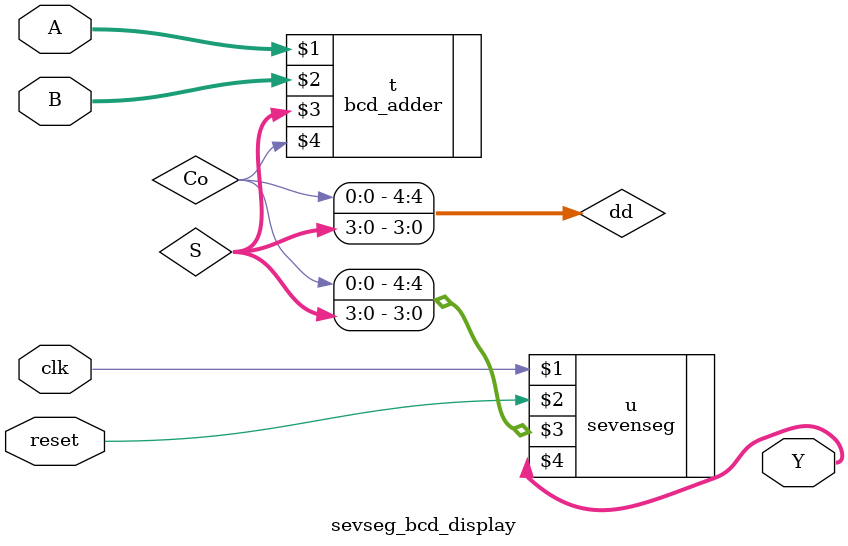
<source format=v>
module sevseg_bcd_display(clk,reset,A,B,Y);
input clk,reset;
input[3:0]A,B;
output[6:0]Y;
wire[3:0]S;
wire Co;
wire[4:0]dd;
assign dd={Co,S};
bcd_adder t(A,B,S,Co);
sevenseg u(clk,reset,dd,Y);
endmodule


</source>
